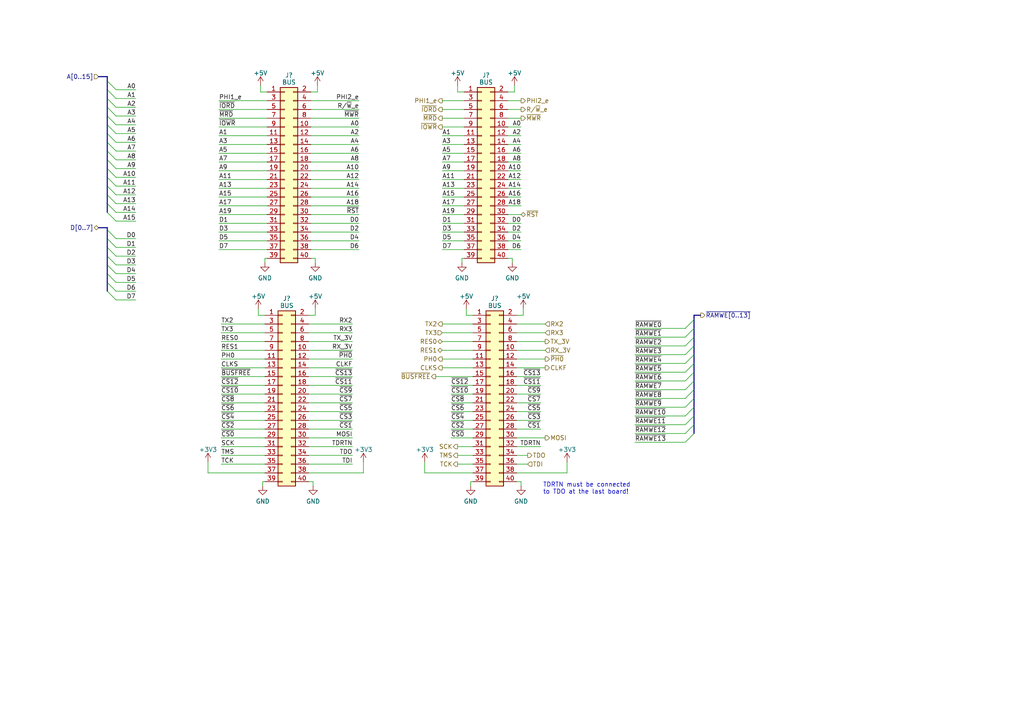
<source format=kicad_sch>
(kicad_sch (version 20230121) (generator eeschema)
  (paper "A4")
  (lib_symbols
    (symbol "Connector_Generic:Conn_02x20_Odd_Even" (pin_names (offset 1.016) hide)
      (property "Reference" "J" (at 1.27 25.4 0))
      (property "Value" "Conn_02x20_Odd_Even" (at 1.27 -27.94 0))
      (symbol "Conn_02x20_Odd_Even_1_1"
        (rectangle (start -1.27 -25.273) (end 0 -25.527) (stroke (width 0.1524)))
        (rectangle (start -1.27 -22.733) (end 0 -22.987) (stroke (width 0.1524)))
        (rectangle (start -1.27 -20.193) (end 0 -20.447) (stroke (width 0.1524)))
        (rectangle (start -1.27 -17.653) (end 0 -17.907) (stroke (width 0.1524)))
        (rectangle (start -1.27 -15.113) (end 0 -15.367) (stroke (width 0.1524)))
        (rectangle (start -1.27 -12.573) (end 0 -12.827) (stroke (width 0.1524)))
        (rectangle (start -1.27 -10.033) (end 0 -10.287) (stroke (width 0.1524)))
        (rectangle (start -1.27 -7.493) (end 0 -7.747) (stroke (width 0.1524)))
        (rectangle (start -1.27 -4.953) (end 0 -5.207) (stroke (width 0.1524)))
        (rectangle (start -1.27 -2.413) (end 0 -2.667) (stroke (width 0.1524)))
        (rectangle (start -1.27 0.127) (end 0 -0.127) (stroke (width 0.1524)))
        (rectangle (start -1.27 2.667) (end 0 2.413) (stroke (width 0.1524)))
        (rectangle (start -1.27 5.207) (end 0 4.953) (stroke (width 0.1524)))
        (rectangle (start -1.27 7.747) (end 0 7.493) (stroke (width 0.1524)))
        (rectangle (start -1.27 10.287) (end 0 10.033) (stroke (width 0.1524)))
        (rectangle (start -1.27 12.827) (end 0 12.573) (stroke (width 0.1524)))
        (rectangle (start -1.27 15.367) (end 0 15.113) (stroke (width 0.1524)))
        (rectangle (start -1.27 17.907) (end 0 17.653) (stroke (width 0.1524)))
        (rectangle (start -1.27 20.447) (end 0 20.193) (stroke (width 0.1524)))
        (rectangle (start -1.27 22.987) (end 0 22.733) (stroke (width 0.1524)))
        (rectangle (start -1.27 24.13) (end 3.81 -26.67) (stroke (width 0.254)) (fill (type background)))
        (rectangle (start 3.81 -25.273) (end 2.54 -25.527) (stroke (width 0.1524)))
        (rectangle (start 3.81 -22.733) (end 2.54 -22.987) (stroke (width 0.1524)))
        (rectangle (start 3.81 -20.193) (end 2.54 -20.447) (stroke (width 0.1524)))
        (rectangle (start 3.81 -17.653) (end 2.54 -17.907) (stroke (width 0.1524)))
        (rectangle (start 3.81 -15.113) (end 2.54 -15.367) (stroke (width 0.1524)))
        (rectangle (start 3.81 -12.573) (end 2.54 -12.827) (stroke (width 0.1524)))
        (rectangle (start 3.81 -10.033) (end 2.54 -10.287) (stroke (width 0.1524)))
        (rectangle (start 3.81 -7.493) (end 2.54 -7.747) (stroke (width 0.1524)))
        (rectangle (start 3.81 -4.953) (end 2.54 -5.207) (stroke (width 0.1524)))
        (rectangle (start 3.81 -2.413) (end 2.54 -2.667) (stroke (width 0.1524)))
        (rectangle (start 3.81 0.127) (end 2.54 -0.127) (stroke (width 0.1524)))
        (rectangle (start 3.81 2.667) (end 2.54 2.413) (stroke (width 0.1524)))
        (rectangle (start 3.81 5.207) (end 2.54 4.953) (stroke (width 0.1524)))
        (rectangle (start 3.81 7.747) (end 2.54 7.493) (stroke (width 0.1524)))
        (rectangle (start 3.81 10.287) (end 2.54 10.033) (stroke (width 0.1524)))
        (rectangle (start 3.81 12.827) (end 2.54 12.573) (stroke (width 0.1524)))
        (rectangle (start 3.81 15.367) (end 2.54 15.113) (stroke (width 0.1524)))
        (rectangle (start 3.81 17.907) (end 2.54 17.653) (stroke (width 0.1524)))
        (rectangle (start 3.81 20.447) (end 2.54 20.193) (stroke (width 0.1524)))
        (rectangle (start 3.81 22.987) (end 2.54 22.733) (stroke (width 0.1524)))
        (pin passive line (at -5.08 22.86 0) (length 3.81) (name "Pin_1") (number "1"))
        (pin passive line (at 7.62 12.7 180) (length 3.81) (name "Pin_10") (number "10"))
        (pin passive line (at -5.08 10.16 0) (length 3.81) (name "Pin_11") (number "11"))
        (pin passive line (at 7.62 10.16 180) (length 3.81) (name "Pin_12") (number "12"))
        (pin passive line (at -5.08 7.62 0) (length 3.81) (name "Pin_13") (number "13"))
        (pin passive line (at 7.62 7.62 180) (length 3.81) (name "Pin_14") (number "14"))
        (pin passive line (at -5.08 5.08 0) (length 3.81) (name "Pin_15") (number "15"))
        (pin passive line (at 7.62 5.08 180) (length 3.81) (name "Pin_16") (number "16"))
        (pin passive line (at -5.08 2.54 0) (length 3.81) (name "Pin_17") (number "17"))
        (pin passive line (at 7.62 2.54 180) (length 3.81) (name "Pin_18") (number "18"))
        (pin passive line (at -5.08 0 0) (length 3.81) (name "Pin_19") (number "19"))
        (pin passive line (at 7.62 22.86 180) (length 3.81) (name "Pin_2") (number "2"))
        (pin passive line (at 7.62 0 180) (length 3.81) (name "Pin_20") (number "20"))
        (pin passive line (at -5.08 -2.54 0) (length 3.81) (name "Pin_21") (number "21"))
        (pin passive line (at 7.62 -2.54 180) (length 3.81) (name "Pin_22") (number "22"))
        (pin passive line (at -5.08 -5.08 0) (length 3.81) (name "Pin_23") (number "23"))
        (pin passive line (at 7.62 -5.08 180) (length 3.81) (name "Pin_24") (number "24"))
        (pin passive line (at -5.08 -7.62 0) (length 3.81) (name "Pin_25") (number "25"))
        (pin passive line (at 7.62 -7.62 180) (length 3.81) (name "Pin_26") (number "26"))
        (pin passive line (at -5.08 -10.16 0) (length 3.81) (name "Pin_27") (number "27"))
        (pin passive line (at 7.62 -10.16 180) (length 3.81) (name "Pin_28") (number "28"))
        (pin passive line (at -5.08 -12.7 0) (length 3.81) (name "Pin_29") (number "29"))
        (pin passive line (at -5.08 20.32 0) (length 3.81) (name "Pin_3") (number "3"))
        (pin passive line (at 7.62 -12.7 180) (length 3.81) (name "Pin_30") (number "30"))
        (pin passive line (at -5.08 -15.24 0) (length 3.81) (name "Pin_31") (number "31"))
        (pin passive line (at 7.62 -15.24 180) (length 3.81) (name "Pin_32") (number "32"))
        (pin passive line (at -5.08 -17.78 0) (length 3.81) (name "Pin_33") (number "33"))
        (pin passive line (at 7.62 -17.78 180) (length 3.81) (name "Pin_34") (number "34"))
        (pin passive line (at -5.08 -20.32 0) (length 3.81) (name "Pin_35") (number "35"))
        (pin passive line (at 7.62 -20.32 180) (length 3.81) (name "Pin_36") (number "36"))
        (pin passive line (at -5.08 -22.86 0) (length 3.81) (name "Pin_37") (number "37"))
        (pin passive line (at 7.62 -22.86 180) (length 3.81) (name "Pin_38") (number "38"))
        (pin passive line (at -5.08 -25.4 0) (length 3.81) (name "Pin_39") (number "39"))
        (pin passive line (at 7.62 20.32 180) (length 3.81) (name "Pin_4") (number "4"))
        (pin passive line (at 7.62 -25.4 180) (length 3.81) (name "Pin_40") (number "40"))
        (pin passive line (at -5.08 17.78 0) (length 3.81) (name "Pin_5") (number "5"))
        (pin passive line (at 7.62 17.78 180) (length 3.81) (name "Pin_6") (number "6"))
        (pin passive line (at -5.08 15.24 0) (length 3.81) (name "Pin_7") (number "7"))
        (pin passive line (at 7.62 15.24 180) (length 3.81) (name "Pin_8") (number "8"))
        (pin passive line (at -5.08 12.7 0) (length 3.81) (name "Pin_9") (number "9"))
      )
    )
    (symbol "power:+3V3" (power) (pin_names (offset 0))
      (property "Value" "+3V3" (at 0 3.556 0))
      (symbol "+3V3_0_1"
        (polyline (pts (xy -0.762 1.27) (xy 0 2.54)))
        (polyline (pts (xy 0 0) (xy 0 2.54)))
        (polyline (pts (xy 0 2.54) (xy 0.762 1.27)))
      )
      (symbol "+3V3_1_1"
        (pin power_in line (at 0 0 90) (length 0) hide (name "+3V3") (number "1"))
      )
    )
    (symbol "power:+5V" (power) (pin_names (offset 0))
      (property "Value" "+5V" (at 0 3.556 0))
      (symbol "+5V_0_1"
        (polyline (pts (xy -0.762 1.27) (xy 0 2.54)))
        (polyline (pts (xy 0 0) (xy 0 2.54)))
        (polyline (pts (xy 0 2.54) (xy 0.762 1.27)))
      )
      (symbol "+5V_1_1"
        (pin power_in line (at 0 0 90) (length 0) hide (name "+5V") (number "1"))
      )
    )
    (symbol "power:GND" (power) (pin_names (offset 0))
      (property "Value" "GND" (at 0 -3.81 0))
      (symbol "GND_0_1"
        (polyline (pts (xy 0 0) (xy 0 -1.27) (xy 1.27 -1.27) (xy 0 -2.54) (xy -1.27 -1.27) (xy 0 -1.27)))
      )
      (symbol "GND_1_1"
        (pin power_in line (at 0 0 270) (length 0) hide (name "GND") (number "1"))
      )
    )
  )
  (bus_entry (at 201.295 95.25) (size -2.54 2.54))
  (bus_entry (at 31.115 56.515) (size 2.54 2.54))
  (bus_entry (at 31.115 48.895) (size 2.54 2.54))
  (bus_entry (at 201.295 97.79) (size -2.54 2.54))
  (bus_entry (at 31.115 33.655) (size 2.54 2.54))
  (bus_entry (at 201.295 123.19) (size -2.54 2.54))
  (bus_entry (at 201.295 120.65) (size -2.54 2.54))
  (bus_entry (at 31.115 61.595) (size 2.54 2.54))
  (bus_entry (at 31.115 74.295) (size 2.54 2.54))
  (bus_entry (at 31.115 66.675) (size 2.54 2.54))
  (bus_entry (at 31.115 81.915) (size 2.54 2.54))
  (bus_entry (at 201.295 115.57) (size -2.54 2.54))
  (bus_entry (at 31.115 36.195) (size 2.54 2.54))
  (bus_entry (at 31.115 23.495) (size 2.54 2.54))
  (bus_entry (at 31.115 53.975) (size 2.54 2.54))
  (bus_entry (at 31.115 43.815) (size 2.54 2.54))
  (bus_entry (at 201.295 107.95) (size -2.54 2.54))
  (bus_entry (at 31.115 69.215) (size 2.54 2.54))
  (bus_entry (at 31.115 41.275) (size 2.54 2.54))
  (bus_entry (at 31.115 46.355) (size 2.54 2.54))
  (bus_entry (at 31.115 38.735) (size 2.54 2.54))
  (bus_entry (at 201.295 110.49) (size -2.54 2.54))
  (bus_entry (at 201.295 105.41) (size -2.54 2.54))
  (bus_entry (at 31.115 31.115) (size 2.54 2.54))
  (bus_entry (at 31.115 28.575) (size 2.54 2.54))
  (bus_entry (at 201.295 92.71) (size -2.54 2.54))
  (bus_entry (at 201.295 113.03) (size -2.54 2.54))
  (bus_entry (at 201.295 125.73) (size -2.54 2.54))
  (bus_entry (at 31.115 79.375) (size 2.54 2.54))
  (bus_entry (at 31.115 26.035) (size 2.54 2.54))
  (bus_entry (at 201.295 102.87) (size -2.54 2.54))
  (bus_entry (at 31.115 71.755) (size 2.54 2.54))
  (bus_entry (at 201.295 100.33) (size -2.54 2.54))
  (bus_entry (at 31.115 51.435) (size 2.54 2.54))
  (bus_entry (at 31.115 59.055) (size 2.54 2.54))
  (bus_entry (at 31.115 76.835) (size 2.54 2.54))
  (bus_entry (at 201.295 118.11) (size -2.54 2.54))
  (bus_entry (at 31.115 84.455) (size 2.54 2.54))
  (wire (pts (xy 39.37 74.295) (xy 33.655 74.295)))
  (wire (pts (xy 128.27 41.91) (xy 134.62 41.91)))
  (bus (pts (xy 31.115 74.295) (xy 31.115 71.755)))
  (wire (pts (xy 184.15 118.11) (xy 198.755 118.11)))
  (bus (pts (xy 31.115 31.115) (xy 31.115 28.575)))
  (wire (pts (xy 91.44 74.93) (xy 90.17 74.93)))
  (wire (pts (xy 149.86 116.84) (xy 156.845 116.84)))
  (wire (pts (xy 128.27 44.45) (xy 134.62 44.45)))
  (wire (pts (xy 63.5 29.21) (xy 77.47 29.21)))
  (bus (pts (xy 201.295 105.41) (xy 201.295 107.95)))
  (bus (pts (xy 201.295 100.33) (xy 201.295 102.87)))
  (bus (pts (xy 201.295 115.57) (xy 201.295 118.11)))
  (wire (pts (xy 147.32 57.15) (xy 151.13 57.15)))
  (wire (pts (xy 91.44 89.535) (xy 91.44 91.44)))
  (wire (pts (xy 151.13 139.7) (xy 149.86 139.7)))
  (wire (pts (xy 39.37 86.995) (xy 33.655 86.995)))
  (wire (pts (xy 89.535 99.06) (xy 102.235 99.06)))
  (wire (pts (xy 164.465 133.985) (xy 164.465 137.16)))
  (wire (pts (xy 128.27 39.37) (xy 134.62 39.37)))
  (wire (pts (xy 63.5 64.77) (xy 77.47 64.77)))
  (wire (pts (xy 135.255 89.535) (xy 135.255 91.44)))
  (wire (pts (xy 64.135 134.62) (xy 76.835 134.62)))
  (wire (pts (xy 147.32 64.77) (xy 151.13 64.77)))
  (wire (pts (xy 147.32 69.85) (xy 151.13 69.85)))
  (wire (pts (xy 64.135 121.92) (xy 76.835 121.92)))
  (wire (pts (xy 149.86 129.54) (xy 156.845 129.54)))
  (wire (pts (xy 133.985 74.93) (xy 134.62 74.93)))
  (wire (pts (xy 130.81 111.76) (xy 137.16 111.76)))
  (wire (pts (xy 90.17 64.77) (xy 104.14 64.77)))
  (wire (pts (xy 149.225 26.67) (xy 147.32 26.67)))
  (wire (pts (xy 91.44 76.2) (xy 91.44 74.93)))
  (wire (pts (xy 149.86 99.06) (xy 158.115 99.06)))
  (wire (pts (xy 90.17 59.69) (xy 104.14 59.69)))
  (wire (pts (xy 130.81 127) (xy 137.16 127)))
  (wire (pts (xy 135.255 91.44) (xy 137.16 91.44)))
  (wire (pts (xy 63.5 36.83) (xy 77.47 36.83)))
  (wire (pts (xy 63.5 39.37) (xy 77.47 39.37)))
  (wire (pts (xy 89.535 116.84) (xy 102.235 116.84)))
  (wire (pts (xy 151.765 89.535) (xy 151.765 91.44)))
  (wire (pts (xy 128.27 69.85) (xy 134.62 69.85)))
  (wire (pts (xy 60.325 137.16) (xy 76.835 137.16)))
  (wire (pts (xy 148.59 76.2) (xy 148.59 74.93)))
  (wire (pts (xy 149.86 127) (xy 158.115 127)))
  (bus (pts (xy 31.115 81.915) (xy 31.115 79.375)))
  (bus (pts (xy 31.115 71.755) (xy 31.115 69.215)))
  (wire (pts (xy 128.27 46.99) (xy 134.62 46.99)))
  (wire (pts (xy 75.565 24.765) (xy 75.565 26.67)))
  (wire (pts (xy 128.27 31.75) (xy 134.62 31.75)))
  (wire (pts (xy 39.37 36.195) (xy 33.655 36.195)))
  (wire (pts (xy 39.37 56.515) (xy 33.655 56.515)))
  (wire (pts (xy 74.93 91.44) (xy 76.835 91.44)))
  (wire (pts (xy 39.37 61.595) (xy 33.655 61.595)))
  (wire (pts (xy 64.135 99.06) (xy 76.835 99.06)))
  (wire (pts (xy 149.225 24.765) (xy 149.225 26.67)))
  (wire (pts (xy 128.27 57.15) (xy 134.62 57.15)))
  (wire (pts (xy 39.37 51.435) (xy 33.655 51.435)))
  (wire (pts (xy 90.17 36.83) (xy 104.14 36.83)))
  (wire (pts (xy 76.835 74.93) (xy 77.47 74.93)))
  (bus (pts (xy 201.295 107.95) (xy 201.295 110.49)))
  (wire (pts (xy 39.37 48.895) (xy 33.655 48.895)))
  (bus (pts (xy 31.115 43.815) (xy 31.115 41.275)))
  (wire (pts (xy 92.075 24.765) (xy 92.075 26.67)))
  (wire (pts (xy 90.17 31.75) (xy 104.14 31.75)))
  (wire (pts (xy 64.135 124.46) (xy 76.835 124.46)))
  (bus (pts (xy 31.115 69.215) (xy 31.115 66.675)))
  (wire (pts (xy 64.135 106.68) (xy 76.835 106.68)))
  (wire (pts (xy 39.37 71.755) (xy 33.655 71.755)))
  (wire (pts (xy 64.135 101.6) (xy 76.835 101.6)))
  (wire (pts (xy 64.135 114.3) (xy 76.835 114.3)))
  (wire (pts (xy 39.37 46.355) (xy 33.655 46.355)))
  (wire (pts (xy 184.15 100.33) (xy 198.755 100.33)))
  (wire (pts (xy 128.27 59.69) (xy 134.62 59.69)))
  (wire (pts (xy 39.37 79.375) (xy 33.655 79.375)))
  (wire (pts (xy 64.135 129.54) (xy 76.835 129.54)))
  (bus (pts (xy 201.295 113.03) (xy 201.295 115.57)))
  (wire (pts (xy 39.37 38.735) (xy 33.655 38.735)))
  (wire (pts (xy 128.27 36.83) (xy 134.62 36.83)))
  (wire (pts (xy 128.27 52.07) (xy 134.62 52.07)))
  (wire (pts (xy 39.37 33.655) (xy 33.655 33.655)))
  (wire (pts (xy 184.15 115.57) (xy 198.755 115.57)))
  (wire (pts (xy 63.5 31.75) (xy 77.47 31.75)))
  (wire (pts (xy 130.81 116.84) (xy 137.16 116.84)))
  (wire (pts (xy 149.86 124.46) (xy 156.845 124.46)))
  (wire (pts (xy 184.15 102.87) (xy 198.755 102.87)))
  (wire (pts (xy 132.715 26.67) (xy 134.62 26.67)))
  (wire (pts (xy 149.86 101.6) (xy 158.115 101.6)))
  (bus (pts (xy 31.115 38.735) (xy 31.115 36.195)))
  (wire (pts (xy 63.5 52.07) (xy 77.47 52.07)))
  (wire (pts (xy 89.535 134.62) (xy 102.235 134.62)))
  (bus (pts (xy 31.115 76.835) (xy 31.115 74.295)))
  (wire (pts (xy 39.37 43.815) (xy 33.655 43.815)))
  (wire (pts (xy 151.765 91.44) (xy 149.86 91.44)))
  (wire (pts (xy 130.81 114.3) (xy 137.16 114.3)))
  (wire (pts (xy 128.27 106.68) (xy 137.16 106.68)))
  (wire (pts (xy 76.835 76.2) (xy 76.835 74.93)))
  (wire (pts (xy 63.5 72.39) (xy 77.47 72.39)))
  (wire (pts (xy 149.86 109.22) (xy 156.845 109.22)))
  (wire (pts (xy 90.17 69.85) (xy 104.14 69.85)))
  (wire (pts (xy 63.5 62.23) (xy 77.47 62.23)))
  (wire (pts (xy 130.81 119.38) (xy 137.16 119.38)))
  (wire (pts (xy 63.5 59.69) (xy 77.47 59.69)))
  (wire (pts (xy 132.715 132.08) (xy 137.16 132.08)))
  (wire (pts (xy 90.17 57.15) (xy 104.14 57.15)))
  (wire (pts (xy 91.44 91.44) (xy 89.535 91.44)))
  (wire (pts (xy 128.27 62.23) (xy 134.62 62.23)))
  (bus (pts (xy 31.115 51.435) (xy 31.115 48.895)))
  (bus (pts (xy 31.115 53.975) (xy 31.115 51.435)))
  (wire (pts (xy 39.37 64.135) (xy 33.655 64.135)))
  (wire (pts (xy 184.15 123.19) (xy 198.755 123.19)))
  (wire (pts (xy 147.32 62.23) (xy 151.13 62.23)))
  (wire (pts (xy 128.27 34.29) (xy 134.62 34.29)))
  (wire (pts (xy 147.32 67.31) (xy 151.13 67.31)))
  (wire (pts (xy 149.86 132.08) (xy 153.035 132.08)))
  (wire (pts (xy 123.19 137.16) (xy 137.16 137.16)))
  (wire (pts (xy 149.86 96.52) (xy 158.115 96.52)))
  (wire (pts (xy 63.5 54.61) (xy 77.47 54.61)))
  (bus (pts (xy 31.115 48.895) (xy 31.115 46.355)))
  (wire (pts (xy 76.2 140.97) (xy 76.2 139.7)))
  (wire (pts (xy 151.13 140.97) (xy 151.13 139.7)))
  (wire (pts (xy 39.37 81.915) (xy 33.655 81.915)))
  (wire (pts (xy 90.805 140.97) (xy 90.805 139.7)))
  (bus (pts (xy 31.115 28.575) (xy 31.115 26.035)))
  (wire (pts (xy 128.27 67.31) (xy 134.62 67.31)))
  (wire (pts (xy 147.32 49.53) (xy 151.13 49.53)))
  (wire (pts (xy 39.37 69.215) (xy 33.655 69.215)))
  (wire (pts (xy 184.15 107.95) (xy 198.755 107.95)))
  (wire (pts (xy 184.15 125.73) (xy 198.755 125.73)))
  (bus (pts (xy 31.115 66.04) (xy 28.575 66.04)))
  (wire (pts (xy 130.81 121.92) (xy 137.16 121.92)))
  (wire (pts (xy 63.5 34.29) (xy 77.47 34.29)))
  (wire (pts (xy 147.32 34.29) (xy 151.13 34.29)))
  (wire (pts (xy 132.715 134.62) (xy 137.16 134.62)))
  (bus (pts (xy 201.295 95.25) (xy 201.295 97.79)))
  (wire (pts (xy 63.5 46.99) (xy 77.47 46.99)))
  (wire (pts (xy 89.535 106.68) (xy 102.235 106.68)))
  (wire (pts (xy 147.32 29.21) (xy 151.13 29.21)))
  (wire (pts (xy 75.565 26.67) (xy 77.47 26.67)))
  (wire (pts (xy 89.535 114.3) (xy 102.235 114.3)))
  (wire (pts (xy 133.985 76.2) (xy 133.985 74.93)))
  (wire (pts (xy 128.27 72.39) (xy 134.62 72.39)))
  (wire (pts (xy 74.93 89.535) (xy 74.93 91.44)))
  (wire (pts (xy 147.32 46.99) (xy 151.13 46.99)))
  (wire (pts (xy 64.135 109.22) (xy 76.835 109.22)))
  (wire (pts (xy 89.535 104.14) (xy 102.235 104.14)))
  (wire (pts (xy 90.17 44.45) (xy 104.14 44.45)))
  (wire (pts (xy 64.135 111.76) (xy 76.835 111.76)))
  (wire (pts (xy 147.32 54.61) (xy 151.13 54.61)))
  (wire (pts (xy 184.15 97.79) (xy 198.755 97.79)))
  (wire (pts (xy 128.27 101.6) (xy 137.16 101.6)))
  (bus (pts (xy 201.295 91.44) (xy 201.295 92.71)))
  (bus (pts (xy 31.115 56.515) (xy 31.115 53.975)))
  (bus (pts (xy 201.295 123.19) (xy 201.295 125.73)))
  (wire (pts (xy 149.86 93.98) (xy 158.115 93.98)))
  (wire (pts (xy 63.5 69.85) (xy 77.47 69.85)))
  (wire (pts (xy 64.135 93.98) (xy 76.835 93.98)))
  (wire (pts (xy 39.37 31.115) (xy 33.655 31.115)))
  (wire (pts (xy 184.15 128.27) (xy 198.755 128.27)))
  (wire (pts (xy 90.17 62.23) (xy 104.14 62.23)))
  (wire (pts (xy 128.27 96.52) (xy 137.16 96.52)))
  (wire (pts (xy 130.81 124.46) (xy 137.16 124.46)))
  (wire (pts (xy 90.17 49.53) (xy 104.14 49.53)))
  (bus (pts (xy 31.115 46.355) (xy 31.115 43.815)))
  (wire (pts (xy 64.135 96.52) (xy 76.835 96.52)))
  (wire (pts (xy 128.27 104.14) (xy 137.16 104.14)))
  (wire (pts (xy 89.535 127) (xy 102.235 127)))
  (wire (pts (xy 92.075 26.67) (xy 90.17 26.67)))
  (wire (pts (xy 76.2 139.7) (xy 76.835 139.7)))
  (wire (pts (xy 128.27 99.06) (xy 137.16 99.06)))
  (bus (pts (xy 201.295 110.49) (xy 201.295 113.03)))
  (wire (pts (xy 147.32 44.45) (xy 151.13 44.45)))
  (wire (pts (xy 147.32 59.69) (xy 151.13 59.69)))
  (bus (pts (xy 201.295 97.79) (xy 201.295 100.33)))
  (bus (pts (xy 203.2 91.44) (xy 201.295 91.44)))
  (wire (pts (xy 128.27 54.61) (xy 134.62 54.61)))
  (wire (pts (xy 132.715 129.54) (xy 137.16 129.54)))
  (wire (pts (xy 63.5 67.31) (xy 77.47 67.31)))
  (bus (pts (xy 201.295 102.87) (xy 201.295 105.41)))
  (wire (pts (xy 89.535 119.38) (xy 102.235 119.38)))
  (wire (pts (xy 63.5 41.91) (xy 77.47 41.91)))
  (wire (pts (xy 39.37 59.055) (xy 33.655 59.055)))
  (bus (pts (xy 201.295 118.11) (xy 201.295 120.65)))
  (wire (pts (xy 63.5 44.45) (xy 77.47 44.45)))
  (wire (pts (xy 60.325 133.985) (xy 60.325 137.16)))
  (wire (pts (xy 149.86 119.38) (xy 156.845 119.38)))
  (wire (pts (xy 64.135 116.84) (xy 76.835 116.84)))
  (wire (pts (xy 89.535 129.54) (xy 102.235 129.54)))
  (wire (pts (xy 39.37 76.835) (xy 33.655 76.835)))
  (wire (pts (xy 64.135 127) (xy 76.835 127)))
  (wire (pts (xy 39.37 84.455) (xy 33.655 84.455)))
  (wire (pts (xy 64.135 119.38) (xy 76.835 119.38)))
  (wire (pts (xy 147.32 31.75) (xy 151.13 31.75)))
  (bus (pts (xy 31.115 36.195) (xy 31.115 33.655)))
  (wire (pts (xy 149.86 111.76) (xy 156.845 111.76)))
  (wire (pts (xy 90.17 41.91) (xy 104.14 41.91)))
  (wire (pts (xy 149.86 137.16) (xy 164.465 137.16)))
  (wire (pts (xy 63.5 57.15) (xy 77.47 57.15)))
  (wire (pts (xy 148.59 74.93) (xy 147.32 74.93)))
  (bus (pts (xy 201.295 120.65) (xy 201.295 123.19)))
  (wire (pts (xy 90.17 39.37) (xy 104.14 39.37)))
  (wire (pts (xy 123.19 133.985) (xy 123.19 137.16)))
  (wire (pts (xy 90.17 34.29) (xy 104.14 34.29)))
  (wire (pts (xy 39.37 41.275) (xy 33.655 41.275)))
  (wire (pts (xy 136.525 139.7) (xy 137.16 139.7)))
  (wire (pts (xy 128.27 64.77) (xy 134.62 64.77)))
  (wire (pts (xy 39.37 28.575) (xy 33.655 28.575)))
  (wire (pts (xy 89.535 93.98) (xy 102.235 93.98)))
  (wire (pts (xy 184.15 120.65) (xy 198.755 120.65)))
  (wire (pts (xy 147.32 41.91) (xy 151.13 41.91)))
  (bus (pts (xy 31.115 59.055) (xy 31.115 56.515)))
  (wire (pts (xy 184.15 105.41) (xy 198.755 105.41)))
  (wire (pts (xy 89.535 101.6) (xy 102.235 101.6)))
  (bus (pts (xy 201.295 92.71) (xy 201.295 95.25)))
  (wire (pts (xy 89.535 124.46) (xy 102.235 124.46)))
  (bus (pts (xy 31.115 41.275) (xy 31.115 38.735)))
  (wire (pts (xy 89.535 109.22) (xy 102.235 109.22)))
  (wire (pts (xy 149.86 104.14) (xy 158.115 104.14)))
  (wire (pts (xy 128.27 29.21) (xy 134.62 29.21)))
  (bus (pts (xy 31.115 26.035) (xy 31.115 23.495)))
  (wire (pts (xy 64.135 132.08) (xy 76.835 132.08)))
  (bus (pts (xy 31.115 61.595) (xy 31.115 59.055)))
  (wire (pts (xy 89.535 111.76) (xy 102.235 111.76)))
  (bus (pts (xy 31.115 23.495) (xy 31.115 22.225)))
  (wire (pts (xy 132.715 24.765) (xy 132.715 26.67)))
  (wire (pts (xy 89.535 121.92) (xy 102.235 121.92)))
  (wire (pts (xy 184.15 95.25) (xy 198.755 95.25)))
  (wire (pts (xy 89.535 137.16) (xy 105.41 137.16)))
  (bus (pts (xy 31.115 79.375) (xy 31.115 76.835)))
  (wire (pts (xy 90.17 67.31) (xy 104.14 67.31)))
  (wire (pts (xy 63.5 49.53) (xy 77.47 49.53)))
  (wire (pts (xy 90.17 29.21) (xy 104.14 29.21)))
  (wire (pts (xy 184.15 113.03) (xy 198.755 113.03)))
  (wire (pts (xy 90.17 52.07) (xy 104.14 52.07)))
  (wire (pts (xy 90.17 54.61) (xy 104.14 54.61)))
  (wire (pts (xy 128.27 49.53) (xy 134.62 49.53)))
  (wire (pts (xy 39.37 26.035) (xy 33.655 26.035)))
  (bus (pts (xy 31.115 66.675) (xy 31.115 66.04)))
  (wire (pts (xy 147.32 72.39) (xy 151.13 72.39)))
  (bus (pts (xy 31.115 84.455) (xy 31.115 81.915)))
  (wire (pts (xy 90.17 72.39) (xy 104.14 72.39)))
  (wire (pts (xy 149.86 121.92) (xy 156.845 121.92)))
  (wire (pts (xy 149.86 134.62) (xy 153.035 134.62)))
  (wire (pts (xy 149.86 114.3) (xy 156.845 114.3)))
  (wire (pts (xy 184.15 110.49) (xy 198.755 110.49)))
  (wire (pts (xy 147.32 39.37) (xy 151.13 39.37)))
  (wire (pts (xy 147.32 52.07) (xy 151.13 52.07)))
  (wire (pts (xy 89.535 132.08) (xy 102.235 132.08)))
  (wire (pts (xy 126.365 109.22) (xy 137.16 109.22)))
  (wire (pts (xy 105.41 133.985) (xy 105.41 137.16)))
  (wire (pts (xy 90.805 139.7) (xy 89.535 139.7)))
  (wire (pts (xy 149.86 106.68) (xy 158.115 106.68)))
  (wire (pts (xy 90.17 46.99) (xy 104.14 46.99)))
  (bus (pts (xy 31.115 22.225) (xy 28.575 22.225)))
  (wire (pts (xy 147.32 36.83) (xy 151.13 36.83)))
  (wire (pts (xy 136.525 140.97) (xy 136.525 139.7)))
  (wire (pts (xy 89.535 96.52) (xy 102.235 96.52)))
  (wire (pts (xy 39.37 53.975) (xy 33.655 53.975)))
  (wire (pts (xy 128.27 93.98) (xy 137.16 93.98)))
  (bus (pts (xy 31.115 33.655) (xy 31.115 31.115)))
  (wire (pts (xy 64.135 104.14) (xy 76.835 104.14)))
  (text "TDRTN must be connected \nto TDO at the last board!" (at 157.48 143.51 0) (effects (font (size 1.27 1.27)) (justify left bottom)))
  (label "D7" (at 63.5 72.39 0))
  (label "~{CS8}" (at 64.135 116.84 0))
  (label "~{CS1}" (at 102.235 124.46 180))
  (label "TDI" (at 102.235 134.62 180))
  (label "A7" (at 128.27 46.99 0))
  (label "D1" (at 128.27 64.77 0))
  (label "~{CS6}" (at 64.135 119.38 0))
  (label "A0" (at 39.37 26.035 180))
  (label "RES0" (at 64.135 99.06 0))
  (label "A17" (at 63.5 59.69 0))
  (label "A0" (at 104.14 36.83 180))
  (label "~{CS5}" (at 156.845 119.38 180))
  (label "~{CS1}" (at 156.845 124.46 180))
  (label "A6" (at 104.14 44.45 180))
  (label "A18" (at 104.14 59.69 180))
  (label "D2" (at 151.13 67.31 180))
  (label "~{RAMWE2}" (at 184.15 100.33 0))
  (label "TCK" (at 64.135 134.62 0))
  (label "~{CS8}" (at 130.81 116.84 0))
  (label "~{BUSFREE}" (at 64.135 109.22 0))
  (label "~{CS13}" (at 102.235 109.22 180))
  (label "D2" (at 39.37 74.295 180))
  (label "D7" (at 39.37 86.995 180))
  (label "A13" (at 63.5 54.61 0))
  (label "A16" (at 104.14 57.15 180))
  (label "A5" (at 39.37 38.735 180))
  (label "A15" (at 39.37 64.135 180))
  (label "A9" (at 39.37 48.895 180))
  (label "~{CS4}" (at 64.135 121.92 0))
  (label "~{CS13}" (at 156.845 109.22 180))
  (label "A5" (at 63.5 44.45 0))
  (label "A12" (at 104.14 52.07 180))
  (label "D2" (at 104.14 67.31 180))
  (label "A8" (at 104.14 46.99 180))
  (label "~{CS5}" (at 102.235 119.38 180))
  (label "A4" (at 151.13 41.91 180))
  (label "RX_3V" (at 102.235 101.6 180))
  (label "~{RAMWE11}" (at 184.15 123.19 0))
  (label "D5" (at 39.37 81.915 180))
  (label "A11" (at 39.37 53.975 180))
  (label "A1" (at 128.27 39.37 0))
  (label "CLKF" (at 102.235 106.68 180))
  (label "A2" (at 104.14 39.37 180))
  (label "~{CS6}" (at 130.81 119.38 0))
  (label "D7" (at 128.27 72.39 0))
  (label "A0" (at 151.13 36.83 180))
  (label "~{RAMWE3}" (at 184.15 102.87 0))
  (label "A11" (at 63.5 52.07 0))
  (label "~{CS0}" (at 130.81 127 0))
  (label "A7" (at 63.5 46.99 0))
  (label "A10" (at 39.37 51.435 180))
  (label "~{CS12}" (at 130.81 111.76 0))
  (label "~{CS0}" (at 64.135 127 0))
  (label "~{IORD}" (at 63.5 31.75 0))
  (label "A18" (at 151.13 59.69 180))
  (label "~{CS7}" (at 102.235 116.84 180))
  (label "TDO" (at 102.235 132.08 180))
  (label "A8" (at 151.13 46.99 180))
  (label "D0" (at 39.37 69.215 180))
  (label "~{CS3}" (at 102.235 121.92 180))
  (label "A7" (at 39.37 43.815 180))
  (label "A15" (at 63.5 57.15 0))
  (label "PH0" (at 64.135 104.14 0))
  (label "TX3" (at 64.135 96.52 0))
  (label "~{MWR}" (at 104.14 34.29 180))
  (label "A19" (at 63.5 62.23 0))
  (label "~{RAMWE9}" (at 184.15 118.11 0))
  (label "D3" (at 63.5 67.31 0))
  (label "SCK" (at 64.135 129.54 0))
  (label "A19" (at 128.27 62.23 0))
  (label "A3" (at 39.37 33.655 180))
  (label "D6" (at 151.13 72.39 180))
  (label "A14" (at 104.14 54.61 180))
  (label "A12" (at 151.13 52.07 180))
  (label "~{RST}" (at 104.14 62.23 180))
  (label "A10" (at 151.13 49.53 180))
  (label "~{RAMWE10}" (at 184.15 120.65 0))
  (label "D4" (at 104.14 69.85 180))
  (label "A12" (at 39.37 56.515 180))
  (label "~{CS2}" (at 130.81 124.46 0))
  (label "D1" (at 39.37 71.755 180))
  (label "A11" (at 128.27 52.07 0))
  (label "D5" (at 128.27 69.85 0))
  (label "D3" (at 39.37 76.835 180))
  (label "~{IOWR}" (at 63.5 36.83 0))
  (label "A4" (at 39.37 36.195 180))
  (label "~{RAMWE8}" (at 184.15 115.57 0))
  (label "A3" (at 128.27 41.91 0))
  (label "~{RAMWE13}" (at 184.15 128.27 0))
  (label "A5" (at 128.27 44.45 0))
  (label "~{CS9}" (at 156.845 114.3 180))
  (label "A10" (at 104.14 49.53 180))
  (label "A14" (at 39.37 61.595 180))
  (label "~{RAMWE12}" (at 184.15 125.73 0))
  (label "~{CS10}" (at 130.81 114.3 0))
  (label "~{RAMWE0}" (at 184.15 95.25 0))
  (label "D6" (at 104.14 72.39 180))
  (label "A2" (at 39.37 31.115 180))
  (label "D5" (at 63.5 69.85 0))
  (label "R{slash}~{W}_e" (at 104.14 31.75 180))
  (label "CLKS" (at 64.135 106.68 0))
  (label "PHI2_e" (at 104.14 29.21 180))
  (label "D1" (at 63.5 64.77 0))
  (label "~{RAMWE1}" (at 184.15 97.79 0))
  (label "A13" (at 39.37 59.055 180))
  (label "TDRTN" (at 102.235 129.54 180))
  (label "A14" (at 151.13 54.61 180))
  (label "~{CS7}" (at 156.845 116.84 180))
  (label "A9" (at 128.27 49.53 0))
  (label "A15" (at 128.27 57.15 0))
  (label "A2" (at 151.13 39.37 180))
  (label "~{RAMWE6}" (at 184.15 110.49 0))
  (label "~{CS10}" (at 64.135 114.3 0))
  (label "~{CS11}" (at 156.845 111.76 180))
  (label "A1" (at 63.5 39.37 0))
  (label "~{RAMWE7}" (at 184.15 113.03 0))
  (label "~{RAMWE4}" (at 184.15 105.41 0))
  (label "TDRTN" (at 156.845 129.54 180))
  (label "~{CS11}" (at 102.235 111.76 180))
  (label "TX2" (at 64.135 93.98 0))
  (label "~{CS2}" (at 64.135 124.46 0))
  (label "A3" (at 63.5 41.91 0))
  (label "~{CS12}" (at 64.135 111.76 0))
  (label "A4" (at 104.14 41.91 180))
  (label "~{CS3}" (at 156.845 121.92 180))
  (label "D6" (at 39.37 84.455 180))
  (label "D4" (at 39.37 79.375 180))
  (label "TX_3V" (at 102.235 99.06 180))
  (label "RES1" (at 64.135 101.6 0))
  (label "A9" (at 63.5 49.53 0))
  (label "A6" (at 39.37 41.275 180))
  (label "RX2" (at 102.235 93.98 180))
  (label "~{PH0}" (at 102.235 104.14 180))
  (label "A13" (at 128.27 54.61 0))
  (label "A17" (at 128.27 59.69 0))
  (label "D0" (at 104.14 64.77 180))
  (label "RX3" (at 102.235 96.52 180))
  (label "~{MRD}" (at 63.5 34.29 0))
  (label "D4" (at 151.13 69.85 180))
  (label "A16" (at 151.13 57.15 180))
  (label "TMS" (at 64.135 132.08 0))
  (label "PHI1_e" (at 63.5 29.21 0))
  (label "MOSI" (at 102.235 127 180))
  (label "D3" (at 128.27 67.31 0))
  (label "~{RAMWE5}" (at 184.15 107.95 0))
  (label "A6" (at 151.13 44.45 180))
  (label "D0" (at 151.13 64.77 180))
  (label "A8" (at 39.37 46.355 180))
  (label "A1" (at 39.37 28.575 180))
  (label "~{CS4}" (at 130.81 121.92 0))
  (label "~{CS9}" (at 102.235 114.3 180))
  (hierarchical_label "~{RAMWE[0..13]}" (shape output) (at 203.2 91.44 0))
  (hierarchical_label "SCK" (shape output) (at 132.715 129.54 180))
  (hierarchical_label "TCK" (shape output) (at 132.715 134.62 180))
  (hierarchical_label "CLKF" (shape output) (at 158.115 106.68 0))
  (hierarchical_label "D[0..7]" (shape bidirectional) (at 28.575 66.04 180))
  (hierarchical_label "~{IOWR}" (shape output) (at 128.27 36.83 180))
  (hierarchical_label "A[0..15]" (shape input) (at 28.575 22.225 180))
  (hierarchical_label "RES0" (shape bidirectional) (at 128.27 99.06 180))
  (hierarchical_label "~{BUSFREE}" (shape output) (at 126.365 109.22 180))
  (hierarchical_label "~{RST}" (shape bidirectional) (at 151.13 62.23 0))
  (hierarchical_label "TX3" (shape input) (at 128.27 96.52 180))
  (hierarchical_label "MOSI" (shape output) (at 158.115 127 0))
  (hierarchical_label "RES1" (shape bidirectional) (at 128.27 101.6 180))
  (hierarchical_label "PHI1_e" (shape output) (at 128.27 29.21 180))
  (hierarchical_label "PH0" (shape output) (at 128.27 104.14 180))
  (hierarchical_label "~{IORD}" (shape output) (at 128.27 31.75 180))
  (hierarchical_label "RX_3V" (shape input) (at 158.115 101.6 0))
  (hierarchical_label "~{MRD}" (shape output) (at 128.27 34.29 180))
  (hierarchical_label "~{PH0}" (shape output) (at 158.115 104.14 0))
  (hierarchical_label "~{MWR}" (shape output) (at 151.13 34.29 0))
  (hierarchical_label "CLKS" (shape output) (at 128.27 106.68 180))
  (hierarchical_label "TX2" (shape output) (at 128.27 93.98 180))
  (hierarchical_label "TDO" (shape output) (at 153.035 132.08 0))
  (hierarchical_label "R{slash}~{W}_e" (shape output) (at 151.13 31.75 0))
  (hierarchical_label "TMS" (shape output) (at 132.715 132.08 180))
  (hierarchical_label "TX_3V" (shape output) (at 158.115 99.06 0))
  (hierarchical_label "TDI" (shape input) (at 153.035 134.62 0))
  (hierarchical_label "RX2" (shape input) (at 158.115 93.98 0))
  (hierarchical_label "RX3" (shape input) (at 158.115 96.52 0))
  (hierarchical_label "PHI2_e" (shape output) (at 151.13 29.21 0))
  (symbol (lib_id "Connector_Generic:Conn_02x20_Odd_Even") (at 142.24 114.3 0) (unit 1)
    (property "Reference" "J?" (at 143.51 86.59 0))
    (property "Value" "BUS" (at 143.51 88.638 0))
    (property "Footprint" "Connector_PinSocket_2.54mm:PinSocket_2x20_P2.54mm_Vertical" (effects hide))
    (instances (project "empty_board_w_cpld" (path "" (reference "J?") (unit 1)) (path "" (reference "J4") (unit 1))))
  )
  (symbol (lib_id "power:GND") (at 90.805 140.97 0) (unit 1)
    (property "Reference" "#PWR?" (effects hide))
    (property "Value" "GND" (at 90.805 145.4134 0))
    (instances (project "empty_board_w_cpld" (path "" (reference "#PWR?") (unit 1)) (path "" (reference "#PWR036") (unit 1))))
  )
  (symbol (lib_id "power:GND") (at 76.835 76.2 0) (unit 1)
    (property "Reference" "#PWR?" (effects hide))
    (property "Value" "GND" (at 76.835 80.6434 0))
    (instances (project "empty_board_w_cpld" (path "" (reference "#PWR?") (unit 1)) (path "" (reference "#PWR023") (unit 1))))
  )
  (symbol (lib_id "power:+5V") (at 75.565 24.765 0) (unit 1)
    (property "Reference" "#PWR?" (effects hide))
    (property "Value" "+5V" (at 75.565 21.1892 0))
    (instances (project "empty_board_w_cpld" (path "" (reference "#PWR?") (unit 1)) (path "" (reference "#PWR019") (unit 1))))
  )
  (symbol (lib_id "power:+3V3") (at 164.465 133.985 0) (unit 1)
    (property "Reference" "#PWR?" (effects hide))
    (property "Value" "+3V3" (at 164.465 130.4092 0))
    (instances (project "empty_board_w_cpld" (path "" (reference "#PWR?") (unit 1)) (path "" (reference "#PWR034") (unit 1))))
  )
  (symbol (lib_id "power:+3V3") (at 123.19 133.985 0) (unit 1)
    (property "Reference" "#PWR?" (effects hide))
    (property "Value" "+3V3" (at 123.19 130.4092 0))
    (instances (project "empty_board_w_cpld" (path "" (reference "#PWR?") (unit 1)) (path "" (reference "#PWR033") (unit 1))))
  )
  (symbol (lib_id "power:+3V3") (at 105.41 133.985 0) (unit 1)
    (property "Reference" "#PWR?" (effects hide))
    (property "Value" "+3V3" (at 105.41 130.4092 0))
    (instances (project "empty_board_w_cpld" (path "" (reference "#PWR?") (unit 1)) (path "" (reference "#PWR032") (unit 1))))
  )
  (symbol (lib_id "power:+5V") (at 91.44 89.535 0) (mirror y) (unit 1)
    (property "Reference" "#PWR?" (effects hide))
    (property "Value" "+5V" (at 91.44 85.9592 0))
    (instances (project "empty_board_w_cpld" (path "" (reference "#PWR?") (unit 1)) (path "" (reference "#PWR028") (unit 1))))
  )
  (symbol (lib_id "power:GND") (at 91.44 76.2 0) (unit 1)
    (property "Reference" "#PWR?" (effects hide))
    (property "Value" "GND" (at 91.44 80.6434 0))
    (instances (project "empty_board_w_cpld" (path "" (reference "#PWR?") (unit 1)) (path "" (reference "#PWR024") (unit 1))))
  )
  (symbol (lib_id "power:GND") (at 151.13 140.97 0) (unit 1)
    (property "Reference" "#PWR?" (effects hide))
    (property "Value" "GND" (at 151.13 145.4134 0))
    (instances (project "empty_board_w_cpld" (path "" (reference "#PWR?") (unit 1)) (path "" (reference "#PWR038") (unit 1))))
  )
  (symbol (lib_id "power:+5V") (at 151.765 89.535 0) (mirror y) (unit 1)
    (property "Reference" "#PWR?" (effects hide))
    (property "Value" "+5V" (at 151.765 85.9592 0))
    (instances (project "empty_board_w_cpld" (path "" (reference "#PWR?") (unit 1)) (path "" (reference "#PWR030") (unit 1))))
  )
  (symbol (lib_id "power:+3V3") (at 60.325 133.985 0) (unit 1)
    (property "Reference" "#PWR?" (effects hide))
    (property "Value" "+3V3" (at 60.325 130.4092 0))
    (instances (project "empty_board_w_cpld" (path "" (reference "#PWR?") (unit 1)) (path "" (reference "#PWR031") (unit 1))))
  )
  (symbol (lib_id "power:+5V") (at 132.715 24.765 0) (unit 1)
    (property "Reference" "#PWR?" (effects hide))
    (property "Value" "+5V" (at 132.715 21.1892 0))
    (instances (project "empty_board_w_cpld" (path "" (reference "#PWR?") (unit 1)) (path "" (reference "#PWR021") (unit 1))))
  )
  (symbol (lib_id "Connector_Generic:Conn_02x20_Odd_Even") (at 139.7 49.53 0) (unit 1)
    (property "Reference" "J?" (at 140.97 21.82 0))
    (property "Value" "BUS" (at 140.97 23.868 0))
    (property "Footprint" "Connector_PinSocket_2.54mm:PinSocket_2x20_P2.54mm_Vertical" (effects hide))
    (instances (project "empty_board_w_cpld" (path "" (reference "J?") (unit 1)) (path "" (reference "J3") (unit 1))))
  )
  (symbol (lib_id "power:+5V") (at 74.93 89.535 0) (unit 1)
    (property "Reference" "#PWR?" (effects hide))
    (property "Value" "+5V" (at 74.93 85.9592 0))
    (instances (project "empty_board_w_cpld" (path "" (reference "#PWR?") (unit 1)) (path "" (reference "#PWR027") (unit 1))))
  )
  (symbol (lib_id "Connector_Generic:Conn_02x20_Odd_Even") (at 82.55 49.53 0) (unit 1)
    (property "Reference" "J?" (at 83.82 21.82 0))
    (property "Value" "BUS" (at 83.82 23.868 0))
    (property "Footprint" "Connector_PinSocket_2.54mm:PinSocket_2x20_P2.54mm_Vertical" (effects hide))
    (instances (project "empty_board_w_cpld" (path "" (reference "J?") (unit 1)) (path "" (reference "J1") (unit 1))))
  )
  (symbol (lib_id "Connector_Generic:Conn_02x20_Odd_Even") (at 81.915 114.3 0) (unit 1)
    (property "Reference" "J?" (at 83.185 86.59 0))
    (property "Value" "BUS" (at 83.185 88.638 0))
    (property "Footprint" "Connector_PinSocket_2.54mm:PinSocket_2x20_P2.54mm_Vertical" (effects hide))
    (instances (project "empty_board_w_cpld" (path "" (reference "J?") (unit 1)) (path "" (reference "J2") (unit 1))))
  )
  (symbol (lib_id "power:GND") (at 76.2 140.97 0) (unit 1)
    (property "Reference" "#PWR?" (effects hide))
    (property "Value" "GND" (at 76.2 145.4134 0))
    (instances (project "empty_board_w_cpld" (path "" (reference "#PWR?") (unit 1)) (path "" (reference "#PWR035") (unit 1))))
  )
  (symbol (lib_id "power:+5V") (at 149.225 24.765 0) (mirror y) (unit 1)
    (property "Reference" "#PWR?" (effects hide))
    (property "Value" "+5V" (at 149.225 21.1892 0))
    (instances (project "empty_board_w_cpld" (path "" (reference "#PWR?") (unit 1)) (path "" (reference "#PWR022") (unit 1))))
  )
  (symbol (lib_id "power:+5V") (at 135.255 89.535 0) (unit 1)
    (property "Reference" "#PWR?" (effects hide))
    (property "Value" "+5V" (at 135.255 85.9592 0))
    (instances (project "empty_board_w_cpld" (path "" (reference "#PWR?") (unit 1)) (path "" (reference "#PWR029") (unit 1))))
  )
  (symbol (lib_id "power:GND") (at 133.985 76.2 0) (unit 1)
    (property "Reference" "#PWR?" (effects hide))
    (property "Value" "GND" (at 133.985 80.6434 0))
    (instances (project "empty_board_w_cpld" (path "" (reference "#PWR?") (unit 1)) (path "" (reference "#PWR025") (unit 1))))
  )
  (symbol (lib_id "power:GND") (at 148.59 76.2 0) (unit 1)
    (property "Reference" "#PWR?" (effects hide))
    (property "Value" "GND" (at 148.59 80.6434 0))
    (instances (project "empty_board_w_cpld" (path "" (reference "#PWR?") (unit 1)) (path "" (reference "#PWR026") (unit 1))))
  )
  (symbol (lib_id "power:GND") (at 136.525 140.97 0) (unit 1)
    (property "Reference" "#PWR?" (effects hide))
    (property "Value" "GND" (at 136.525 145.4134 0))
    (instances (project "empty_board_w_cpld" (path "" (reference "#PWR?") (unit 1)) (path "" (reference "#PWR037") (unit 1))))
  )
  (symbol (lib_id "power:+5V") (at 92.075 24.765 0) (mirror y) (unit 1)
    (property "Reference" "#PWR?" (effects hide))
    (property "Value" "+5V" (at 92.075 21.1892 0))
    (instances (project "empty_board_w_cpld" (path "" (reference "#PWR?") (unit 1)) (path "" (reference "#PWR020") (unit 1))))
  )
)
</source>
